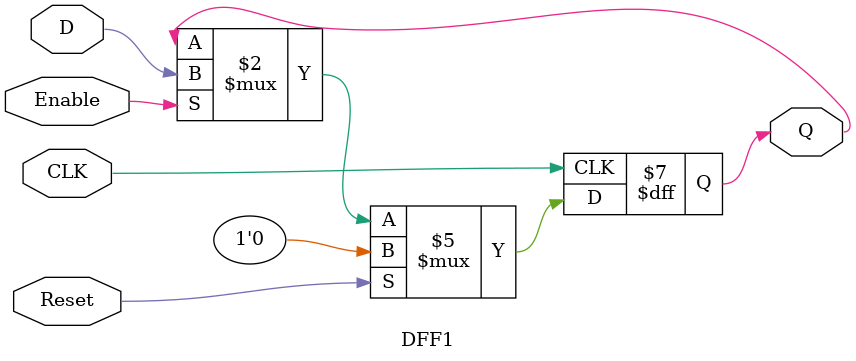
<source format=v>
module DFF1 (Reset, Enable, D, CLK, Q);

input D; 
input Enable, Reset;
input CLK; 

output reg Q; 

always @(posedge CLK)
begin
	if (Reset)
		Q <= 1'b0;
	else
		if (Enable)
			Q <= D;
end
endmodule 
</source>
